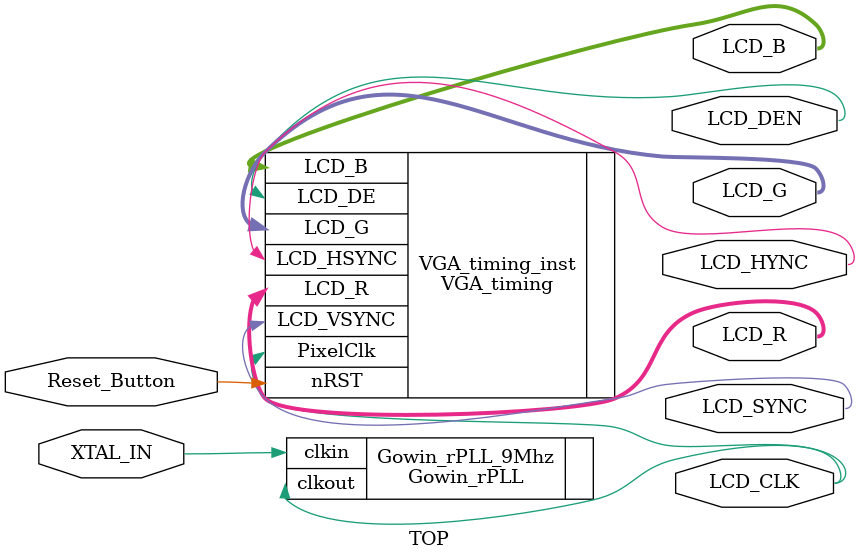
<source format=v>
module TOP
(
	input			Reset_Button,
    input           XTAL_IN,

	output			LCD_CLK,
	output			LCD_HYNC,
	output			LCD_SYNC,
	output			LCD_DEN,
	output	[4:0]	LCD_R,
	output	[5:0]	LCD_G,
	output	[4:0]	LCD_B
);

    Gowin_rPLL Gowin_rPLL_9Mhz(
        .clkout(LCD_CLK), // 9MHz
        .clkin(XTAL_IN)   //27MHz
    );

	VGA_timing	VGA_timing_inst(
		.PixelClk	(	LCD_CLK		),
		.nRST		(	Reset_Button),

		.LCD_DE		(	LCD_DEN	 	),
		.LCD_HSYNC	(	LCD_HYNC 	),
    	.LCD_VSYNC	(	LCD_SYNC 	),

		.LCD_B		(	LCD_B		),
		.LCD_G		(	LCD_G		),
		.LCD_R		(	LCD_R		)
	);

endmodule

</source>
